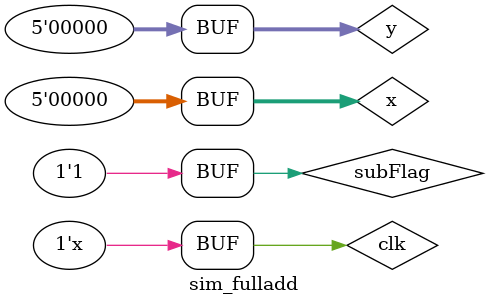
<source format=v>
`timescale 1ns / 1ps


module sim_fulladd;
reg  [4:0] x, y;
reg subFlag;
wire [4:0] sum;
wire cout, overflow;
reg clk;

initial clk = 0;
always # 10 clk = ~clk;
initial begin
x = 5'b0;
y = 5'b0;
subFlag = 0;

end

initial begin
    
    #50 subFlag = 0;
    #50 x = 5'd3;
    #50 y = 5'd5;
    
    
    #50 x = 0;
    #50 y = 0;
    
    
    #50 subFlag = 1;
    #50 x = 5'd3;
    #50 y = 5'd5;
    
    #50 x = 0;
    #50 y = 0;
    

    #50 subFlag = 1;
    #50 x = 5'd0;
    #50 y = 5'd0;
    
    #50 subFlag = 0;
    #50 x = 5'd7;
    #50 y = 5'd9;
    
    #50 x = 0;
    #50 y = 0;
    
    #50 subFlag = 0;
    #50 x = 5'd3;
    #50 y = 5'd3;
    
    #50 subFlag = 1;
    #50 x = 5'b11111;
    #50 y = 5'b10001;
    
    
    #50 x = 0;
    #50 y = 0;   
end

FullAddSub addsub(x, y, subFlag, sum, cout, overflow);
endmodule

</source>
